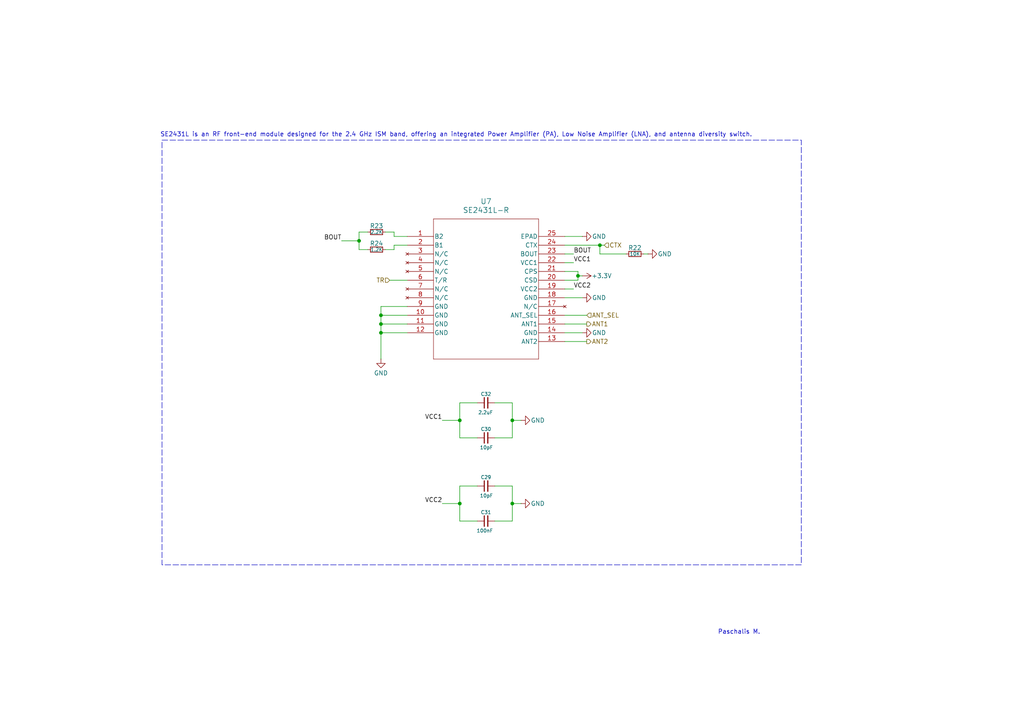
<source format=kicad_sch>
(kicad_sch (version 20231120) (generator "eeschema") (generator_version "8.0")
  (paper "A4")
  (title_block (date "05-01-2025") (rev "1.0") (company "https://github.com/Paschalis") (comment 2 "switch with support for antenna diversity.") (comment 3 "Integrates a power amplifier (PA), a low noise amplifier (LNA), and an RF"))
  (lib_symbols
    (symbol "Device:C_Small" (pin_numbers hide) (pin_names (offset 0.254) hide)
      (property "Reference" "C" (at 0.254 1.778 0))
      (property "Value" "C_Small" (at 0.254 -2.032 0))
      (symbol "C_Small_0_1"
        (polyline (pts (xy -1.524 -0.508) (xy 1.524 -0.508)) (stroke (width 0.3302)))
        (polyline (pts (xy -1.524 0.508) (xy 1.524 0.508)) (stroke (width 0.3048)))
      )
      (symbol "C_Small_1_1"
        (pin passive line (at 0 2.54 270) (length 2.032) (name "~") (number "1"))
        (pin passive line (at 0 -2.54 90) (length 2.032) (name "~") (number "2"))
      )
    )
    (symbol "Device:R_Small" (pin_numbers hide) (pin_names (offset 0.254) hide)
      (property "Reference" "R" (at 0.762 0.508 0))
      (property "Value" "R_Small" (at 0.762 -1.016 0))
      (symbol "R_Small_0_1"
        (rectangle (start -0.762 1.778) (end 0.762 -1.778) (stroke (width 0.2032)))
      )
      (symbol "R_Small_1_1"
        (pin passive line (at 0 2.54 270) (length 0.762) (name "~") (number "1"))
        (pin passive line (at 0 -2.54 90) (length 0.762) (name "~") (number "2"))
      )
    )
    (symbol "SE2431L-R:SE2431L-R" (pin_names (offset 0.254))
      (property "Reference" "U" (at 22.86 10.16 0))
      (property "Value" "SE2431L-R" (at 22.86 7.62 0))
      (symbol "SE2431L-R_0_1"
        (polyline (pts (xy 7.62 -35.56) (xy 38.1 -35.56)) (stroke (width 0.127)))
        (polyline (pts (xy 7.62 5.08) (xy 7.62 -35.56)) (stroke (width 0.127)))
        (polyline (pts (xy 38.1 -35.56) (xy 38.1 5.08)) (stroke (width 0.127)))
        (polyline (pts (xy 38.1 5.08) (xy 7.62 5.08)) (stroke (width 0.127)))
        (pin bidirectional line (at 0 0 0) (length 7.62) (name "B2") (number "1"))
        (pin power_out line (at 0 -22.86 0) (length 7.62) (name "GND") (number "10"))
        (pin power_out line (at 0 -25.4 0) (length 7.62) (name "GND") (number "11"))
        (pin power_out line (at 0 -27.94 0) (length 7.62) (name "GND") (number "12"))
        (pin bidirectional line (at 45.72 -30.48 180) (length 7.62) (name "ANT2") (number "13"))
        (pin power_out line (at 45.72 -27.94 180) (length 7.62) (name "GND") (number "14"))
        (pin bidirectional line (at 45.72 -25.4 180) (length 7.62) (name "ANT1") (number "15"))
        (pin bidirectional line (at 45.72 -22.86 180) (length 7.62) (name "ANT_SEL") (number "16"))
        (pin no_connect line (at 45.72 -20.32 180) (length 7.62) (name "N/C") (number "17"))
        (pin power_out line (at 45.72 -17.78 180) (length 7.62) (name "GND") (number "18"))
        (pin power_in line (at 45.72 -15.24 180) (length 7.62) (name "VCC2") (number "19"))
        (pin bidirectional line (at 0 -2.54 0) (length 7.62) (name "B1") (number "2"))
        (pin bidirectional line (at 45.72 -12.7 180) (length 7.62) (name "CSD") (number "20"))
        (pin bidirectional line (at 45.72 -10.16 180) (length 7.62) (name "CPS") (number "21"))
        (pin power_in line (at 45.72 -7.62 180) (length 7.62) (name "VCC1") (number "22"))
        (pin output line (at 45.72 -5.08 180) (length 7.62) (name "BOUT") (number "23"))
        (pin bidirectional line (at 45.72 -2.54 180) (length 7.62) (name "CTX") (number "24"))
        (pin power_out line (at 45.72 0 180) (length 7.62) (name "EPAD") (number "25"))
        (pin no_connect line (at 0 -5.08 0) (length 7.62) (name "N/C") (number "3"))
        (pin no_connect line (at 0 -7.62 0) (length 7.62) (name "N/C") (number "4"))
        (pin no_connect line (at 0 -10.16 0) (length 7.62) (name "N/C") (number "5"))
        (pin bidirectional line (at 0 -12.7 0) (length 7.62) (name "T/R") (number "6"))
        (pin no_connect line (at 0 -15.24 0) (length 7.62) (name "N/C") (number "7"))
        (pin no_connect line (at 0 -17.78 0) (length 7.62) (name "N/C") (number "8"))
        (pin power_out line (at 0 -20.32 0) (length 7.62) (name "GND") (number "9"))
      )
    )
    (symbol "power:+3.3V" (power) (pin_numbers hide) (pin_names (offset 0) hide)
      (property "Value" "+3.3V" (at 0 3.556 0))
      (symbol "+3.3V_0_1"
        (polyline (pts (xy -0.762 1.27) (xy 0 2.54)))
        (polyline (pts (xy 0 0) (xy 0 2.54)))
        (polyline (pts (xy 0 2.54) (xy 0.762 1.27)))
      )
      (symbol "+3.3V_1_1"
        (pin power_in line (at 0 0 90) (length 0) (name "~") (number "1"))
      )
    )
    (symbol "power:GND" (power) (pin_numbers hide) (pin_names (offset 0) hide)
      (property "Value" "GND" (at 0 -3.81 0))
      (symbol "GND_0_1"
        (polyline (pts (xy 0 0) (xy 0 -1.27) (xy 1.27 -1.27) (xy 0 -2.54) (xy -1.27 -1.27) (xy 0 -1.27)))
      )
      (symbol "GND_1_1"
        (pin power_in line (at 0 0 270) (length 0) (name "~") (number "1"))
      )
    )
  )
  (junction (at 167.64 80.01))
  (junction (at 110.49 93.98))
  (junction (at 148.59 146.05))
  (junction (at 133.35 146.05))
  (junction (at 133.35 121.92))
  (junction (at 110.49 96.52))
  (junction (at 148.59 121.92))
  (junction (at 173.99 71.12))
  (junction (at 110.49 91.44))
  (junction (at 104.14 69.85))
  (wire (pts (xy 114.3 68.58) (xy 114.3 67.31)))
  (wire (pts (xy 114.3 67.31) (xy 111.76 67.31)))
  (wire (pts (xy 133.35 127) (xy 133.35 121.92)))
  (wire (pts (xy 163.83 96.52) (xy 168.91 96.52)))
  (wire (pts (xy 163.83 99.06) (xy 170.18 99.06)))
  (wire (pts (xy 110.49 93.98) (xy 118.11 93.98)))
  (wire (pts (xy 110.49 91.44) (xy 110.49 93.98)))
  (wire (pts (xy 128.27 146.05) (xy 133.35 146.05)))
  (wire (pts (xy 173.99 71.12) (xy 175.26 71.12)))
  (wire (pts (xy 173.99 73.66) (xy 173.99 71.12)))
  (wire (pts (xy 181.61 73.66) (xy 173.99 73.66)))
  (wire (pts (xy 114.3 72.39) (xy 111.76 72.39)))
  (wire (pts (xy 167.64 80.01) (xy 168.91 80.01)))
  (wire (pts (xy 163.83 73.66) (xy 166.37 73.66)))
  (wire (pts (xy 163.83 76.2) (xy 166.37 76.2)))
  (wire (pts (xy 133.35 121.92) (xy 133.35 116.84)))
  (wire (pts (xy 163.83 83.82) (xy 166.37 83.82)))
  (wire (pts (xy 148.59 151.13) (xy 143.51 151.13)))
  (wire (pts (xy 106.68 72.39) (xy 104.14 72.39)))
  (wire (pts (xy 163.83 68.58) (xy 168.91 68.58)))
  (wire (pts (xy 104.14 69.85) (xy 104.14 67.31)))
  (wire (pts (xy 114.3 71.12) (xy 114.3 72.39)))
  (wire (pts (xy 110.49 88.9) (xy 118.11 88.9)))
  (wire (pts (xy 163.83 81.28) (xy 167.64 81.28)))
  (wire (pts (xy 104.14 72.39) (xy 104.14 69.85)))
  (wire (pts (xy 148.59 127) (xy 148.59 121.92)))
  (wire (pts (xy 128.27 121.92) (xy 133.35 121.92)))
  (wire (pts (xy 186.69 73.66) (xy 187.96 73.66)))
  (wire (pts (xy 163.83 86.36) (xy 168.91 86.36)))
  (wire (pts (xy 133.35 151.13) (xy 133.35 146.05)))
  (wire (pts (xy 148.59 121.92) (xy 151.13 121.92)))
  (wire (pts (xy 148.59 146.05) (xy 151.13 146.05)))
  (wire (pts (xy 148.59 146.05) (xy 148.59 151.13)))
  (wire (pts (xy 110.49 93.98) (xy 110.49 96.52)))
  (wire (pts (xy 118.11 68.58) (xy 114.3 68.58)))
  (wire (pts (xy 118.11 71.12) (xy 114.3 71.12)))
  (wire (pts (xy 167.64 81.28) (xy 167.64 80.01)))
  (wire (pts (xy 133.35 116.84) (xy 138.43 116.84)))
  (wire (pts (xy 110.49 88.9) (xy 110.49 91.44)))
  (wire (pts (xy 113.03 81.28) (xy 118.11 81.28)))
  (wire (pts (xy 148.59 116.84) (xy 143.51 116.84)))
  (wire (pts (xy 163.83 91.44) (xy 170.18 91.44)))
  (wire (pts (xy 143.51 127) (xy 148.59 127)))
  (wire (pts (xy 163.83 93.98) (xy 170.18 93.98)))
  (wire (pts (xy 110.49 96.52) (xy 118.11 96.52)))
  (wire (pts (xy 110.49 96.52) (xy 110.49 104.14)))
  (wire (pts (xy 167.64 78.74) (xy 167.64 80.01)))
  (wire (pts (xy 133.35 146.05) (xy 133.35 140.97)))
  (wire (pts (xy 99.06 69.85) (xy 104.14 69.85)))
  (wire (pts (xy 138.43 151.13) (xy 133.35 151.13)))
  (wire (pts (xy 110.49 91.44) (xy 118.11 91.44)))
  (wire (pts (xy 104.14 67.31) (xy 106.68 67.31)))
  (wire (pts (xy 148.59 140.97) (xy 148.59 146.05)))
  (wire (pts (xy 163.83 71.12) (xy 173.99 71.12)))
  (wire (pts (xy 143.51 140.97) (xy 148.59 140.97)))
  (wire (pts (xy 133.35 140.97) (xy 138.43 140.97)))
  (wire (pts (xy 148.59 121.92) (xy 148.59 116.84)))
  (wire (pts (xy 138.43 127) (xy 133.35 127)))
  (wire (pts (xy 163.83 78.74) (xy 167.64 78.74)))
  (rectangle (start 46.99 40.64) (end 232.41 163.83) (stroke (width 0) (type dash)))
  (text "Paschalis M." (at 214.376 183.388 0) (effects (font (size 1.27 1.27))))
  (text "SE2431L is an RF front-end module designed for the 2.4 GHz ISM band, offering an integrated Power Amplifier (PA), Low Noise Amplifier (LNA), and antenna diversity switch." (at 132.334 39.116 0) (effects (font (size 1.27 1.27))))
  (label "BOUT" (at 99.06 69.85 180))
  (label "BOUT" (at 166.37 73.66 0))
  (label "VCC2" (at 128.27 146.05 180))
  (label "VCC1" (at 166.37 76.2 0))
  (label "VCC2" (at 166.37 83.82 0))
  (label "VCC1" (at 128.27 121.92 180))
  (hierarchical_label "CTX" (shape input) (at 175.26 71.12 0))
  (hierarchical_label "TR" (shape input) (at 113.03 81.28 180))
  (hierarchical_label "ANT1" (shape output) (at 170.18 93.98 0))
  (hierarchical_label "ANT_SEL" (shape input) (at 170.18 91.44 0))
  (hierarchical_label "ANT2" (shape output) (at 170.18 99.06 0))
  (symbol (lib_id "Device:C_Small") (at 140.97 140.97 90) (unit 1)
    (property "Reference" "C29" (at 142.494 138.43 90) (effects (font (size 1 1)) (justify left)))
    (property "Value" "10pF" (at 143.002 143.764 90) (effects (font (size 1 1)) (justify left)))
    (property "Footprint" "Capacitor_SMD:C_0805_2012Metric_Pad1.18x1.45mm_HandSolder" (effects (hide yes)))
    (property "Description" "Unpolarized capacitor, small symbol" (effects (hide yes)))
  )
  (symbol (lib_id "Device:C_Small") (at 140.97 151.13 90) (unit 1)
    (property "Reference" "C31" (at 142.494 148.59 90) (effects (font (size 1 1)) (justify left)))
    (property "Value" "100nF" (at 143.002 153.924 90) (effects (font (size 1 1)) (justify left)))
    (property "Footprint" "Capacitor_SMD:C_0805_2012Metric_Pad1.18x1.45mm_HandSolder" (effects (hide yes)))
    (property "Description" "Unpolarized capacitor, small symbol" (effects (hide yes)))
  )
  (symbol (lib_id "Device:R_Small") (at 184.15 73.66 270) (mirror x) (unit 1)
    (property "Reference" "R22" (at 184.15 71.882 90))
    (property "Value" "10K" (at 184.15 73.66 90) (effects (font (size 1 1))))
    (property "Footprint" "Resistor_SMD:R_0805_2012Metric_Pad1.20x1.40mm_HandSolder" (effects (hide yes)))
    (property "Description" "Resistor, small symbol" (effects (hide yes)))
  )
  (symbol (lib_id "power:GND") (at 110.49 104.14 0) (unit 1)
    (property "Reference" "#PWR068" (effects (hide yes)))
    (property "Value" "GND" (at 110.49 108.204 0))
    (property "Description" "Power symbol creates a global label with name \"GND\" , ground" (effects (hide yes)))
  )
  (symbol (lib_id "power:GND") (at 168.91 68.58 90) (unit 1)
    (property "Reference" "#PWR073" (effects (hide yes)))
    (property "Value" "GND" (at 171.704 68.58 90) (effects (justify right)))
    (property "Description" "Power symbol creates a global label with name \"GND\" , ground" (effects (hide yes)))
  )
  (symbol (lib_id "power:+3.3V") (at 168.91 80.01 270) (unit 1)
    (property "Reference" "#PWR072" (effects (hide yes)))
    (property "Value" "+3.3V" (at 174.498 80.01 90))
    (property "Description" "Power symbol creates a global label with name \"+3.3V\"" (effects (hide yes)))
  )
  (symbol (lib_id "Device:R_Small") (at 109.22 72.39 270) (mirror x) (unit 1)
    (property "Reference" "R24" (at 109.22 70.612 90))
    (property "Value" "1.2K" (at 109.22 72.39 90) (effects (font (size 1 1))))
    (property "Footprint" "Resistor_SMD:R_0805_2012Metric_Pad1.20x1.40mm_HandSolder" (effects (hide yes)))
    (property "Description" "Resistor, small symbol" (effects (hide yes)))
  )
  (symbol (lib_id "power:GND") (at 151.13 146.05 90) (unit 1)
    (property "Reference" "#PWR074" (effects (hide yes)))
    (property "Value" "GND" (at 153.924 146.05 90) (effects (justify right)))
    (property "Description" "Power symbol creates a global label with name \"GND\" , ground" (effects (hide yes)))
  )
  (symbol (lib_id "SE2431L-R:SE2431L-R") (at 118.11 68.58 0) (unit 1)
    (property "Reference" "U7" (at 140.97 58.42 0) (effects (font (size 1.524 1.524))))
    (property "Value" "SE2431L-R" (at 140.97 60.96 0) (effects (font (size 1.524 1.524))))
    (property "Footprint" "SE2431L-R:SE2431L_SKY" (effects (hide yes)))
    (property "Datasheet" "SE2431L-R" (effects (hide yes)))
  )
  (symbol (lib_id "power:GND") (at 151.13 121.92 90) (unit 1)
    (property "Reference" "#PWR075" (effects (hide yes)))
    (property "Value" "GND" (at 153.924 121.92 90) (effects (justify right)))
    (property "Description" "Power symbol creates a global label with name \"GND\" , ground" (effects (hide yes)))
  )
  (symbol (lib_id "power:GND") (at 168.91 96.52 90) (unit 1)
    (property "Reference" "#PWR069" (effects (hide yes)))
    (property "Value" "GND" (at 171.704 96.52 90) (effects (justify right)))
    (property "Description" "Power symbol creates a global label with name \"GND\" , ground" (effects (hide yes)))
  )
  (symbol (lib_id "Device:C_Small") (at 140.97 116.84 90) (unit 1)
    (property "Reference" "C32" (at 142.494 114.3 90) (effects (font (size 1 1)) (justify left)))
    (property "Value" "2.2uF" (at 143.002 119.634 90) (effects (font (size 1 1)) (justify left)))
    (property "Footprint" "Capacitor_SMD:C_0805_2012Metric_Pad1.18x1.45mm_HandSolder" (effects (hide yes)))
    (property "Description" "Unpolarized capacitor, small symbol" (effects (hide yes)))
  )
  (symbol (lib_id "power:GND") (at 187.96 73.66 90) (unit 1)
    (property "Reference" "#PWR071" (effects (hide yes)))
    (property "Value" "GND" (at 190.754 73.66 90) (effects (justify right)))
    (property "Description" "Power symbol creates a global label with name \"GND\" , ground" (effects (hide yes)))
  )
  (symbol (lib_id "Device:C_Small") (at 140.97 127 90) (unit 1)
    (property "Reference" "C30" (at 142.494 124.46 90) (effects (font (size 1 1)) (justify left)))
    (property "Value" "10pF" (at 143.002 129.794 90) (effects (font (size 1 1)) (justify left)))
    (property "Footprint" "Capacitor_SMD:C_0805_2012Metric_Pad1.18x1.45mm_HandSolder" (effects (hide yes)))
    (property "Description" "Unpolarized capacitor, small symbol" (effects (hide yes)))
  )
  (symbol (lib_id "Device:R_Small") (at 109.22 67.31 270) (mirror x) (unit 1)
    (property "Reference" "R23" (at 109.22 65.532 90))
    (property "Value" "2.2K" (at 109.22 67.31 90) (effects (font (size 1 1))))
    (property "Footprint" "Resistor_SMD:R_0805_2012Metric_Pad1.20x1.40mm_HandSolder" (effects (hide yes)))
    (property "Description" "Resistor, small symbol" (effects (hide yes)))
  )
  (symbol (lib_id "power:GND") (at 168.91 86.36 90) (unit 1)
    (property "Reference" "#PWR070" (effects (hide yes)))
    (property "Value" "GND" (at 171.704 86.36 90) (effects (justify right)))
    (property "Description" "Power symbol creates a global label with name \"GND\" , ground" (effects (hide yes)))
  )
)
</source>
